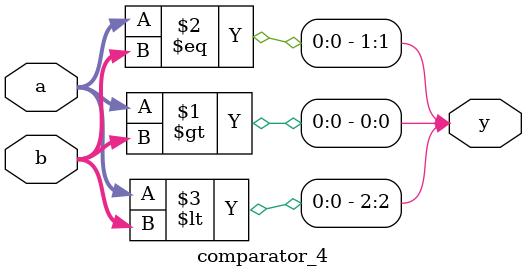
<source format=v>
`timescale 1ns / 1ps
module comparator_4(
    input [3:0] a,b,
    output [2:0] y
    );
	 
	 assign y[0]=a>b;
	 assign y[1]=(a==b);
	 assign y[2]=a<b;
	 
endmodule
	 
	 
	 




</source>
